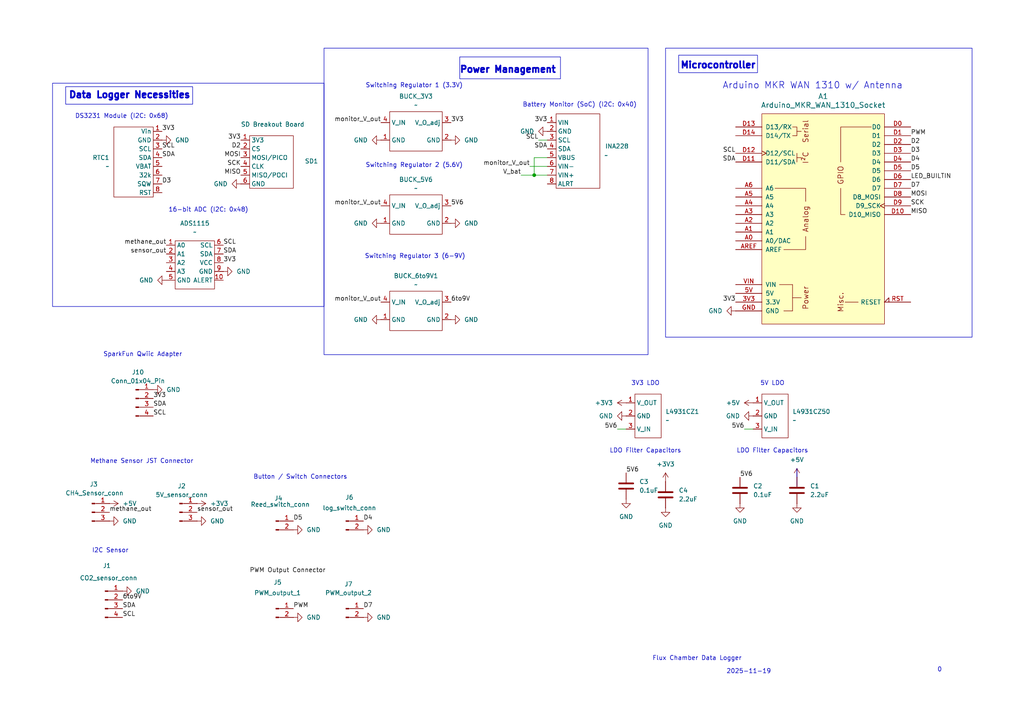
<source format=kicad_sch>
(kicad_sch (version 20250114) (generator "eeschema") (generator_version "9.0")
  (paper "A4")
  (lib_symbols
    (symbol "Connector:Conn_01x02_Pin" (pin_names (offset 1.016) (hide yes))
      (property "Reference" "J" (at 0 2.54 0))
      (property "Value" "Conn_01x02_Pin" (at 0 -5.08 0))
      (symbol "Conn_01x02_Pin_1_1"
        (rectangle (start 0.8636 0.127) (end 0 -0.127) (stroke (width 0.1524)) (fill (type outline)))
        (rectangle (start 0.8636 -2.413) (end 0 -2.667) (stroke (width 0.1524)) (fill (type outline)))
        (polyline (pts (xy 1.27 0) (xy 0.8636 0)) (stroke (width 0.1524)))
        (polyline (pts (xy 1.27 -2.54) (xy 0.8636 -2.54)) (stroke (width 0.1524)))
        (pin passive line (at 5.08 0 180) (length 3.81) (name "Pin_1") (number "1"))
        (pin passive line (at 5.08 -2.54 180) (length 3.81) (name "Pin_2") (number "2"))
      )
    )
    (symbol "Connector:Conn_01x03_Pin" (pin_names (offset 1.016) (hide yes))
      (property "Reference" "J" (at 0 5.08 0))
      (property "Value" "Conn_01x03_Pin" (at 0 -5.08 0))
      (symbol "Conn_01x03_Pin_1_1"
        (rectangle (start 0.8636 2.667) (end 0 2.413) (stroke (width 0.1524)) (fill (type outline)))
        (rectangle (start 0.8636 0.127) (end 0 -0.127) (stroke (width 0.1524)) (fill (type outline)))
        (rectangle (start 0.8636 -2.413) (end 0 -2.667) (stroke (width 0.1524)) (fill (type outline)))
        (polyline (pts (xy 1.27 2.54) (xy 0.8636 2.54)) (stroke (width 0.1524)))
        (polyline (pts (xy 1.27 0) (xy 0.8636 0)) (stroke (width 0.1524)))
        (polyline (pts (xy 1.27 -2.54) (xy 0.8636 -2.54)) (stroke (width 0.1524)))
        (pin passive line (at 5.08 2.54 180) (length 3.81) (name "Pin_1") (number "1"))
        (pin passive line (at 5.08 0 180) (length 3.81) (name "Pin_2") (number "2"))
        (pin passive line (at 5.08 -2.54 180) (length 3.81) (name "Pin_3") (number "3"))
      )
    )
    (symbol "Connector:Conn_01x04_Pin" (pin_names (offset 1.016) (hide yes))
      (property "Reference" "J" (at 0 5.08 0))
      (property "Value" "Conn_01x04_Pin" (at 0 -7.62 0))
      (symbol "Conn_01x04_Pin_1_1"
        (rectangle (start 0.8636 2.667) (end 0 2.413) (stroke (width 0.1524)) (fill (type outline)))
        (rectangle (start 0.8636 0.127) (end 0 -0.127) (stroke (width 0.1524)) (fill (type outline)))
        (rectangle (start 0.8636 -2.413) (end 0 -2.667) (stroke (width 0.1524)) (fill (type outline)))
        (rectangle (start 0.8636 -4.953) (end 0 -5.207) (stroke (width 0.1524)) (fill (type outline)))
        (polyline (pts (xy 1.27 2.54) (xy 0.8636 2.54)) (stroke (width 0.1524)))
        (polyline (pts (xy 1.27 0) (xy 0.8636 0)) (stroke (width 0.1524)))
        (polyline (pts (xy 1.27 -2.54) (xy 0.8636 -2.54)) (stroke (width 0.1524)))
        (polyline (pts (xy 1.27 -5.08) (xy 0.8636 -5.08)) (stroke (width 0.1524)))
        (pin passive line (at 5.08 2.54 180) (length 3.81) (name "Pin_1") (number "1"))
        (pin passive line (at 5.08 0 180) (length 3.81) (name "Pin_2") (number "2"))
        (pin passive line (at 5.08 -2.54 180) (length 3.81) (name "Pin_3") (number "3"))
        (pin passive line (at 5.08 -5.08 180) (length 3.81) (name "Pin_4") (number "4"))
      )
    )
    (symbol "Device:C" (pin_numbers (hide yes)) (pin_names (offset 0.254))
      (property "Reference" "C" (at 0.635 2.54 0))
      (property "Value" "C" (at 0.635 -2.54 0))
      (symbol "C_0_1"
        (polyline (pts (xy -2.032 0.762) (xy 2.032 0.762)) (stroke (width 0.508)))
        (polyline (pts (xy -2.032 -0.762) (xy 2.032 -0.762)) (stroke (width 0.508)))
      )
      (symbol "C_1_1"
        (pin passive line (at 0 3.81 270) (length 2.794) (name "~") (number "1"))
        (pin passive line (at 0 -3.81 90) (length 2.794) (name "~") (number "2"))
      )
    )
    (symbol "PCM_arduino-library:Arduino_MKR_WAN_1310_Socket" (pin_names (offset 1.016))
      (property "Reference" "A" (at 0 36.83 0))
      (property "Value" "Arduino_MKR_WAN_1310_Socket" (at 0 33.02 0))
      (symbol "Arduino_MKR_WAN_1310_Socket_0_0"
        (rectangle (start -17.78 30.48) (end 17.78 -30.48) (fill (type background)))
        (rectangle (start -12.7 -19.05) (end -8.89 -19.05))
        (rectangle (start -11.43 -26.67) (end -8.89 -26.67))
        (polyline (pts (xy -8.89 26.67) (xy -7.62 26.67) (xy -7.62 24.13) (xy -8.89 24.13)))
        (polyline (pts (xy -8.89 -19.05) (xy -8.89 -26.67)))
        (rectangle (start -8.89 -22.86) (end -6.35 -22.86))
        (polyline (pts (xy -7.62 25.4) (xy -6.35 25.4)))
        (polyline (pts (xy -5.08 5.08) (xy -5.08 8.89) (xy -13.97 8.89)))
        (polyline (pts (xy -5.08 -5.08) (xy -5.08 -8.89) (xy -11.43 -8.89)))
        (polyline (pts (xy 5.08 16.51) (xy 5.08 26.67) (xy 13.97 26.67)))
        (polyline (pts (xy 5.08 8.89) (xy 5.08 1.27) (xy 6.35 1.27)))
        (rectangle (start 6.35 -24.13) (end 10.16 -24.13))
        (text "Serial" (at -5.08 25.4 900) (effects (font (size 1.524 1.524))))
        (text "I²C" (at -5.08 17.78 900) (effects (font (size 1.524 1.524))))
        (text "Analog" (at -5.08 0 900) (effects (font (size 1.524 1.524))))
        (text "Power" (at -5.08 -22.86 900) (effects (font (size 1.524 1.524))))
        (text "Misc." (at 5.08 -24.13 900) (effects (font (size 1.524 1.524))))
      )
      (symbol "Arduino_MKR_WAN_1310_Socket_0_1"
        (polyline (pts (xy -7.62 17.78) (xy -6.35 17.78)))
        (polyline (pts (xy -7.62 16.51) (xy -7.62 19.05)))
      )
      (symbol "Arduino_MKR_WAN_1310_Socket_1_0"
        (text "GPIO" (at 5.08 12.7 900) (effects (font (size 1.524 1.524))))
      )
      (symbol "Arduino_MKR_WAN_1310_Socket_1_1"
        (pin bidirectional line (at -25.4 26.67 0) (length 7.62) (name "D13/RX") (number "D13"))
        (pin bidirectional line (at -25.4 24.13 0) (length 7.62) (name "D14/TX") (number "D14"))
        (pin bidirectional clock (at -25.4 19.05 0) (length 7.62) (name "D12/SCL") (number "D12"))
        (pin bidirectional line (at -25.4 16.51 0) (length 7.62) (name "D11/SDA") (number "D11"))
        (pin bidirectional line (at -25.4 8.89 0) (length 7.62) (name "A6") (number "A6"))
        (pin bidirectional line (at -25.4 6.35 0) (length 7.62) (name "A5") (number "A5"))
        (pin bidirectional line (at -25.4 3.81 0) (length 7.62) (name "A4") (number "A4"))
        (pin bidirectional line (at -25.4 1.27 0) (length 7.62) (name "A3") (number "A3"))
        (pin bidirectional line (at -25.4 -1.27 0) (length 7.62) (name "A2") (number "A2"))
        (pin bidirectional line (at -25.4 -3.81 0) (length 7.62) (name "A1") (number "A1"))
        (pin bidirectional line (at -25.4 -6.35 0) (length 7.62) (name "A0/DAC") (number "A0"))
        (pin input line (at -25.4 -8.89 0) (length 7.62) (name "AREF") (number "AREF"))
        (pin power_in line (at -25.4 -19.05 0) (length 7.62) (name "VIN") (number "VIN"))
        (pin power_in line (at -25.4 -21.59 0) (length 7.62) (name "5V") (number "5V"))
        (pin power_out line (at -25.4 -24.13 0) (length 7.62) (name "3.3V") (number "3V3"))
        (pin power_in line (at -25.4 -26.67 0) (length 7.62) (name "GND") (number "GND"))
        (pin bidirectional line (at 25.4 26.67 180) (length 7.62) (name "D0") (number "D0"))
        (pin bidirectional line (at 25.4 24.13 180) (length 7.62) (name "D1") (number "D1"))
        (pin bidirectional line (at 25.4 21.59 180) (length 7.62) (name "D2") (number "D2"))
        (pin bidirectional line (at 25.4 19.05 180) (length 7.62) (name "D3") (number "D3"))
        (pin bidirectional line (at 25.4 16.51 180) (length 7.62) (name "D4") (number "D4"))
        (pin bidirectional line (at 25.4 13.97 180) (length 7.62) (name "D5") (number "D5"))
        (pin bidirectional line (at 25.4 11.43 180) (length 7.62) (name "D6") (number "D6"))
        (pin bidirectional line (at 25.4 8.89 180) (length 7.62) (name "D7") (number "D7"))
        (pin bidirectional line (at 25.4 6.35 180) (length 7.62) (name "D8_MOSI") (number "D8"))
        (pin bidirectional clock (at 25.4 3.81 180) (length 7.62) (name "D9_SCK") (number "D9"))
        (pin bidirectional line (at 25.4 1.27 180) (length 7.62) (name "D10_MISO") (number "D10"))
        (pin open_collector input_low (at 25.4 -24.13 180) (length 7.62) (name "RESET") (number "RST"))
      )
    )
    (symbol "new_library:16-bit_ADC_Soldered"
      (property "Reference" "ADS1115" (at 3.175 3.81 0))
      (property "Value" "~" (at 3.175 1.27 0))
      (symbol "16-bit_ADC_Soldered_0_1"
        (rectangle (start -2.54 -1.27) (end 8.89 -15.24))
        (rectangle (start 0 -7.62) (end 0 -7.62))
        (rectangle (start 6.35 -7.62) (end 6.35 -7.62))
      )
      (symbol "16-bit_ADC_Soldered_1_1"
        (pin input line (at -5.08 -2.54 0) (length 2.54) (name "A0") (number "1"))
        (pin input line (at -5.08 -5.08 0) (length 2.54) (name "A1") (number "2"))
        (pin input line (at -5.08 -7.62 0) (length 2.54) (name "A2") (number "3"))
        (pin input line (at -5.08 -10.16 0) (length 2.54) (name "A3") (number "4"))
        (pin power_in line (at -5.08 -12.7 0) (length 2.54) (name "GND") (number "5"))
        (pin input line (at 11.43 -2.54 180) (length 2.54) (name "SCL") (number "6"))
        (pin bidirectional line (at 11.43 -5.08 180) (length 2.54) (name "SDA") (number "7"))
        (pin power_in line (at 11.43 -7.62 180) (length 2.54) (name "VCC") (number "8"))
        (pin input line (at 11.43 -10.16 180) (length 2.54) (name "GND") (number "9"))
        (pin output line (at 11.43 -12.7 180) (length 2.54) (name "ALERT") (number "10"))
      )
    )
    (symbol "new_library:5V_LDO_L4931CZ50"
      (property "Reference" "L4931CZ50" (at 5.08 -7.6199 0))
      (property "Value" "~" (at 5.08 -10.1599 0))
      (symbol "5V_LDO_L4931CZ50_0_1"
        (rectangle (start -3.81 -2.54) (end 3.81 -15.24))
      )
      (symbol "5V_LDO_L4931CZ50_1_1"
        (pin power_out line (at -6.35 -5.08 0) (length 2.54) (name "V_OUT") (number "1"))
        (pin power_in line (at -6.35 -8.89 0) (length 2.54) (name "GND") (number "2"))
        (pin power_in line (at -6.35 -12.7 0) (length 2.54) (name "V_IN") (number "3"))
      )
    )
    (symbol "new_library:DCDC_adjustable_module"
      (property "Reference" "D" (at 0 0 0))
      (symbol "DCDC_adjustable_module_0_1"
        (rectangle (start -7.62 -1.905) (end 7.62 -13.335))
      )
      (symbol "DCDC_adjustable_module_1_1"
        (pin power_in line (at -10.16 -5.08 0) (length 2.54) (name "V_IN") (number "4"))
        (pin power_in line (at -10.16 -10.16 0) (length 2.54) (name "GND") (number "1"))
        (pin power_out line (at 10.16 -5.08 180) (length 2.54) (name "V_O_adj") (number "3"))
        (pin power_out line (at 10.16 -10.16 180) (length 2.54) (name "GND") (number "2"))
      )
    )
    (symbol "new_library:DS3231_adafruit_breakout"
      (property "Reference" "RTC" (at 0 6.096 0))
      (symbol "DS3231_adafruit_breakout_0_1"
        (rectangle (start -6.35 3.81) (end 5.08 -16.51))
      )
      (symbol "DS3231_adafruit_breakout_1_1"
        (pin power_in line (at -8.89 2.54 0) (length 2.54) (name "Vin") (number "1"))
        (pin power_in line (at -8.89 0 0) (length 2.54) (name "GND") (number "2"))
        (pin input line (at -8.89 -2.54 0) (length 2.54) (name "SCL") (number "3"))
        (pin bidirectional line (at -8.89 -5.08 0) (length 2.54) (name "SDA") (number "4"))
        (pin power_out line (at -8.89 -7.62 0) (length 2.54) (name "VBAT") (number "5"))
        (pin output line (at -8.89 -10.16 0) (length 2.54) (name "32k") (number "6"))
        (pin output line (at -8.89 -12.7 0) (length 2.54) (name "SQW") (number "7"))
        (pin output line (at -8.89 -15.24 0) (length 2.54) (name "RST") (number "8"))
      )
    )
    (symbol "new_library:SD_breakout"
      (property "Reference" "SD" (at 2.794 1.27 0))
      (symbol "SD_breakout_0_1"
        (rectangle (start -3.81 -1.27) (end 8.89 -16.51))
      )
      (symbol "SD_breakout_1_1"
        (pin power_in line (at -6.35 -2.54 0) (length 2.54) (name "3V3") (number "1"))
        (pin input line (at -6.35 -5.08 0) (length 2.54) (name "CS") (number "2"))
        (pin input line (at -6.35 -7.62 0) (length 2.54) (name "MOSI/PICO") (number "3"))
        (pin input line (at -6.35 -10.16 0) (length 2.54) (name "CLK") (number "4"))
        (pin input line (at -6.35 -12.7 0) (length 2.54) (name "MISO/POCI") (number "5"))
        (pin power_in line (at -6.35 -15.24 0) (length 2.54) (name "GND") (number "6"))
      )
    )
    (symbol "new_library:adafruit_ina228"
      (property "Reference" "INA228" (at 7.874 -10.668 0))
      (property "Value" "~" (at 7.62 -13.3349 0))
      (symbol "adafruit_ina228_0_1"
        (rectangle (start -6.35 -1.27) (end 6.35 -22.86))
      )
      (symbol "adafruit_ina228_1_1"
        (pin power_in line (at -8.89 -3.81 0) (length 2.54) (name "VIN") (number "1"))
        (pin power_in line (at -8.89 -6.35 0) (length 2.54) (name "GND") (number "2"))
        (pin bidirectional line (at -8.89 -8.89 0) (length 2.54) (name "SCL") (number "3"))
        (pin bidirectional line (at -8.89 -11.43 0) (length 2.54) (name "SDA") (number "4"))
        (pin power_in line (at -8.89 -13.97 0) (length 2.54) (name "VBUS") (number "5"))
        (pin power_out line (at -8.89 -16.51 0) (length 2.54) (name "VIN-") (number "6"))
        (pin power_in line (at -8.89 -19.05 0) (length 2.54) (name "VIN+") (number "7"))
        (pin output line (at -8.89 -21.59 0) (length 2.54) (name "ALRT") (number "8"))
      )
    )
    (symbol "power:+3V3" (power) (pin_numbers (hide yes)) (pin_names (offset 0) (hide yes))
      (property "Value" "+3V3" (at 0 3.556 0))
      (symbol "+3V3_0_1"
        (polyline (pts (xy -0.762 1.27) (xy 0 2.54)))
        (polyline (pts (xy 0 2.54) (xy 0.762 1.27)))
        (polyline (pts (xy 0 0) (xy 0 2.54)))
      )
      (symbol "+3V3_1_1"
        (pin power_in line (at 0 0 90) (length 0) (name "~") (number "1"))
      )
    )
    (symbol "power:+5V" (power) (pin_numbers (hide yes)) (pin_names (offset 0) (hide yes))
      (property "Value" "+5V" (at 0 3.556 0))
      (symbol "+5V_0_1"
        (polyline (pts (xy -0.762 1.27) (xy 0 2.54)))
        (polyline (pts (xy 0 2.54) (xy 0.762 1.27)))
        (polyline (pts (xy 0 0) (xy 0 2.54)))
      )
      (symbol "+5V_1_1"
        (pin power_in line (at 0 0 90) (length 0) (name "~") (number "1"))
      )
    )
    (symbol "power:GND" (power) (pin_numbers (hide yes)) (pin_names (offset 0) (hide yes))
      (property "Value" "GND" (at 0 -3.81 0))
      (symbol "GND_0_1"
        (polyline (pts (xy 0 0) (xy 0 -1.27) (xy 1.27 -1.27) (xy 0 -2.54) (xy -1.27 -1.27) (xy 0 -1.27)))
      )
      (symbol "GND_1_1"
        (pin power_in line (at 0 0 270) (length 0) (name "~") (number "1"))
      )
    )
  )
  (rectangle (start 196.85 16.002) (end 219.71 21.082))
  (rectangle (start 93.98 13.97) (end 187.96 102.87))
  (rectangle (start 193.04 13.97) (end 281.94 97.79))
  (rectangle (start 15.24 24.13) (end 93.98 88.9))
  (rectangle (start 231.1146 135.89) (end 231.14 140.97))
  (rectangle (start 19.05 25.146) (end 55.88 30.226))
  (rectangle (start 133.35 16.51) (end 162.56 22.86))
  (text "Switching Regulator 1 (3.3V)\n\n" (at 120.142 25.908 0) (effects (font (size 1.27 1.27) (thickness 0.1588))))
  (text "DS3231 Module (I2C: 0x68)\n" (at 35.306 33.782 0) (effects (font (size 1.27 1.27))))
  (text "LDO Filter Capacitors" (at 224.028 130.81 0) (effects (font (size 1.27 1.27))))
  (text "Data Logger Necessities\n" (at 37.592 27.686 0) (effects (font (size 1.905 1.905) (thickness 0.635) (bold yes))))
  (text "16-bit ADC (I2C: 0x48)" (at 60.452 60.96 0) (effects (font (size 1.27 1.27))))
  (text "Button / Switch Connectors" (at 87.122 138.43 0) (effects (font (size 1.27 1.27))))
  (text "Switching Regulator 3 (6-9V)\n\n" (at 120.396 75.438 0) (effects (font (size 1.27 1.27) (thickness 0.1588))))
  (text "0" (at 272.542 194.31 0) (effects (font (size 1.27 1.27))))
  (text "SparkFun Qwiic Adapter\n" (at 41.402 102.87 0) (effects (font (size 1.27 1.27))))
  (text "3V3 LDO\n" (at 187.198 111.252 0) (effects (font (size 1.27 1.27))))
  (text "Switching Regulator 2 (5.6V)\n" (at 120.142 48.006 0) (effects (font (size 1.27 1.27) (thickness 0.1588))))
  (text "Methane Sensor JST Connector" (at 41.148 133.858 0) (effects (font (size 1.27 1.27))))
  (text "I2C Sensor" (at 32.004 159.766 0) (effects (font (size 1.27 1.27))))
  (text "5V LDO\n" (at 224.028 111.252 0) (effects (font (size 1.27 1.27))))
  (text "Microcontroller" (at 208.28 19.05 0) (effects (font (size 1.905 1.905) (thickness 0.635) (bold yes))))
  (text "2025-11-19" (at 217.17 194.818 0) (effects (font (size 1.27 1.27))))
  (text "Arduino MKR WAN 1310 w/ Antenna" (at 235.712 24.892 0) (effects (font (size 1.905 1.905))))
  (text "Flux Chamber Data Logger" (at 202.184 191.008 0) (effects (font (size 1.27 1.27))))
  (text "LDO Filter Capacitors" (at 187.198 130.81 0) (effects (font (size 1.27 1.27))))
  (text "Battery Monitor (SoC) (I2C: 0x40)\n" (at 168.148 30.48 0) (effects (font (size 1.27 1.27))))
  (text "Power Management" (at 147.32 20.32 0) (effects (font (size 1.905 1.905) (thickness 0.635) (bold yes))))
  (junction (at 154.94 50.8))
  (wire (pts (xy 153.67 48.26) (xy 158.75 48.26)))
  (wire (pts (xy 154.94 50.8) (xy 158.75 50.8)))
  (wire (pts (xy 154.94 45.72) (xy 154.94 50.8)))
  (wire (pts (xy 158.75 45.72) (xy 154.94 45.72)))
  (wire (pts (xy 151.13 50.8) (xy 154.94 50.8)))
  (wire (pts (xy 179.07 124.46) (xy 181.61 124.46)))
  (wire (pts (xy 156.21 40.64) (xy 158.75 40.64)))
  (wire (pts (xy 215.9 124.46) (xy 218.44 124.46)))
  (label "3V3" (at 130.81 35.56 0))
  (label "SDA" (at 44.45 118.11 0))
  (label "SDA" (at 213.36 46.99 180))
  (label "5V6" (at 181.61 137.16 0))
  (label "D4" (at 105.41 151.13 0))
  (label "D3" (at 264.16 44.45 0))
  (label "5V6" (at 214.63 138.43 0))
  (label "6to9V" (at 130.81 87.63 0))
  (label "MOSI" (at 264.16 57.15 0))
  (label "PWM" (at 85.09 176.53 0))
  (label "SCK" (at 264.16 59.69 0))
  (label "LED_BUILTIN" (at 264.16 52.07 0))
  (label "SCL" (at 64.77 71.12 0))
  (label "methane_out" (at 31.75 148.59 0))
  (label "MISO" (at 264.16 62.23 0))
  (label "3V3" (at 64.77 76.2 0))
  (label "MOSI" (at 69.85 45.72 180))
  (label "sensor_out" (at 57.15 148.59 0))
  (label "SCL" (at 213.36 44.45 180))
  (label "D2" (at 264.16 41.91 0))
  (label "5V6" (at 179.07 124.46 180))
  (label "monitor_V_out" (at 110.49 35.56 180))
  (label "D4" (at 264.16 46.99 0))
  (label "5V6" (at 130.81 59.69 0))
  (label "MISO" (at 69.85 50.8 180))
  (label "D7" (at 264.16 54.61 0))
  (label "methane_out" (at 48.26 71.12 180))
  (label "D5" (at 85.09 151.13 0))
  (label "PWM Output Connector" (at 72.39 166.37 0))
  (label "3V3" (at 46.99 38.1 0))
  (label "3V3" (at 69.85 40.64 180))
  (label "SCK" (at 69.85 48.26 180))
  (label "SCL" (at 44.45 120.65 0))
  (label "SDA" (at 35.56 176.53 0))
  (label "3V3" (at 158.75 35.56 180))
  (label "3V3" (at 213.36 87.63 180))
  (label "SCL" (at 35.56 179.07 0))
  (label "SDA" (at 46.99 45.72 0))
  (label "D5" (at 264.16 49.53 0))
  (label "5V6" (at 215.9 124.46 180))
  (label "D3" (at 46.99 53.34 0))
  (label "monitor_V_out" (at 110.49 59.69 180))
  (label "SDA" (at 158.75 43.18 180))
  (label "6to9V" (at 35.56 173.99 0))
  (label "D2" (at 69.85 43.18 180))
  (label "SCL" (at 46.99 43.18 0))
  (label "PWM" (at 264.16 39.37 0))
  (label "monitor_V_out" (at 153.67 48.26 180))
  (label "sensor_out" (at 48.26 73.66 180))
  (label "SDA" (at 64.77 73.66 0))
  (label "3V3" (at 44.45 115.57 0))
  (label "SCL" (at 156.21 40.64 180))
  (label "V_bat" (at 151.13 50.8 180))
  (label "D7" (at 105.41 176.53 0))
  (label "monitor_V_out" (at 110.49 87.63 180))
  (symbol (lib_id "power:+5V") (at 31.75 146.05 270) (unit 1)
    (property "Reference" "#PWR03" (effects (hide yes)))
    (property "Value" "+5V" (at 35.56 146.0499 90) (effects (justify left)))
    (property "Description" "Power symbol creates a global label with name \"+5V\"" (effects (hide yes)))
  )
  (symbol (lib_id "power:GND") (at 158.75 38.1 270) (unit 1)
    (property "Reference" "#PWR020" (effects (hide yes)))
    (property "Value" "GND" (at 154.94 38.0999 90) (effects (justify right)))
    (property "Description" "Power symbol creates a global label with name \"GND\" , ground" (effects (hide yes)))
  )
  (symbol (lib_id "new_library:SD_breakout") (at 76.2 38.1 0) (unit 1)
    (property "Reference" "SD1" (at 88.392 46.736 0) (effects (justify left)))
    (property "Value" "SD Breakout Board" (at 69.85 36.068 0) (effects (justify left)))
    (property "Footprint" "new_library:SD_Breakout_offbrand" (effects (hide yes)))
  )
  (symbol (lib_id "power:GND") (at 48.26 81.28 270) (unit 1)
    (property "Reference" "#PWR09" (effects (hide yes)))
    (property "Value" "GND" (at 44.45 81.2799 90) (effects (justify right)))
    (property "Description" "Power symbol creates a global label with name \"GND\" , ground" (effects (hide yes)))
  )
  (symbol (lib_id "power:GND") (at 31.75 151.13 90) (unit 1)
    (property "Reference" "#PWR04" (effects (hide yes)))
    (property "Value" "GND" (at 35.56 151.1299 90) (effects (justify right)))
    (property "Description" "Power symbol creates a global label with name \"GND\" , ground" (effects (hide yes)))
  )
  (symbol (lib_id "power:+3V3") (at 181.61 116.84 90) (unit 1)
    (property "Reference" "#PWR024" (effects (hide yes)))
    (property "Value" "+3V3" (at 177.8 116.8399 90) (effects (justify left)))
    (property "Description" "Power symbol creates a global label with name \"+3V3\"" (effects (hide yes)))
  )
  (symbol (lib_id "power:GND") (at 130.81 40.64 90) (unit 1)
    (property "Reference" "#PWR029" (effects (hide yes)))
    (property "Value" "GND" (at 134.62 40.6399 90) (effects (justify right)))
    (property "Description" "Power symbol creates a global label with name \"GND\" , ground" (effects (hide yes)))
  )
  (symbol (lib_id "power:GND") (at 57.15 151.13 90) (unit 1)
    (property "Reference" "#PWR05" (effects (hide yes)))
    (property "Value" "GND" (at 60.96 151.1299 90) (effects (justify right)))
    (property "Description" "Power symbol creates a global label with name \"GND\" , ground" (effects (hide yes)))
  )
  (symbol (lib_id "Connector:Conn_01x03_Pin") (at 26.67 148.59 0) (unit 1)
    (property "Reference" "J3" (at 27.178 140.462 0))
    (property "Value" "CH4_Sensor_conn" (at 27.432 143.002 0))
    (property "Footprint" "Connector_JST:JST_XH_S3B-XH-A_1x03_P2.50mm_Horizontal" (effects (hide yes)))
    (property "Description" "Generic connector, single row, 01x03, script generated" (effects (hide yes)))
  )
  (symbol (lib_id "power:GND") (at 64.77 78.74 90) (unit 1)
    (property "Reference" "#PWR017" (effects (hide yes)))
    (property "Value" "GND" (at 68.58 78.7399 90) (effects (justify right)))
    (property "Description" "Power symbol creates a global label with name \"GND\" , ground" (effects (hide yes)))
  )
  (symbol (lib_id "new_library:DS3231_adafruit_breakout") (at 38.1 40.64 0) (mirror y) (unit 1)
    (property "Reference" "RTC1" (at 31.75 45.7199 0) (effects (justify left)))
    (property "Value" "~" (at 31.75 48.2599 0) (effects (justify left)))
    (property "Footprint" "new_library:RTC_DS3231_breakout" (effects (hide yes)))
    (property "Datasheet" "https://cdn-learn.adafruit.com/downloads/pdf/adafruit-ds3231-precision-rtc-breakout.pdf" (effects (hide yes)))
  )
  (symbol (lib_id "new_library:DCDC_adjustable_module") (at 120.65 54.61 0) (unit 1)
    (property "Reference" "BUCK_5V6" (at 120.65 52.07 0))
    (property "Value" "~" (at 120.65 54.61 0))
    (property "Footprint" "new_library:LM2596_module_amazon" (effects (hide yes)))
  )
  (symbol (lib_id "power:GND") (at 110.49 92.71 270) (unit 1)
    (property "Reference" "#PWR032" (effects (hide yes)))
    (property "Value" "GND" (at 106.68 92.7099 90) (effects (justify right)))
    (property "Description" "Power symbol creates a global label with name \"GND\" , ground" (effects (hide yes)))
  )
  (symbol (lib_id "power:GND") (at 213.36 90.17 270) (unit 1)
    (property "Reference" "#PWR01" (effects (hide yes)))
    (property "Value" "GND" (at 209.55 90.1699 90) (effects (justify right)))
    (property "Description" "Power symbol creates a global label with name \"GND\" , ground" (effects (hide yes)))
  )
  (symbol (lib_id "Device:C") (at 181.61 140.97 0) (unit 1)
    (property "Reference" "C3" (at 185.42 139.6999 0) (effects (justify left)))
    (property "Value" "0.1uF" (at 185.42 142.2399 0) (effects (justify left)))
    (property "Footprint" "Capacitor_THT:C_Disc_D5.0mm_W2.5mm_P5.00mm" (effects (hide yes)))
    (property "Description" "Unpolarized capacitor" (effects (hide yes)))
  )
  (symbol (lib_id "power:GND") (at 105.41 153.67 90) (unit 1)
    (property "Reference" "#PWR07" (effects (hide yes)))
    (property "Value" "GND" (at 109.22 153.6699 90) (effects (justify right)))
    (property "Description" "Power symbol creates a global label with name \"GND\" , ground" (effects (hide yes)))
  )
  (symbol (lib_id "Device:C") (at 214.63 142.24 0) (unit 1)
    (property "Reference" "C2" (at 218.44 140.9699 0) (effects (justify left)))
    (property "Value" "0.1uF" (at 218.44 143.5099 0) (effects (justify left)))
    (property "Footprint" "Capacitor_THT:C_Disc_D5.0mm_W2.5mm_P5.00mm" (effects (hide yes)))
    (property "Description" "Unpolarized capacitor" (effects (hide yes)))
  )
  (symbol (lib_id "power:GND") (at 110.49 40.64 270) (unit 1)
    (property "Reference" "#PWR025" (effects (hide yes)))
    (property "Value" "GND" (at 106.68 40.6399 90) (effects (justify right)))
    (property "Description" "Power symbol creates a global label with name \"GND\" , ground" (effects (hide yes)))
  )
  (symbol (lib_id "Connector:Conn_01x02_Pin") (at 80.01 176.53 0) (unit 1)
    (property "Reference" "J5" (at 80.518 168.91 0))
    (property "Value" "PWM_output_1" (at 80.518 171.958 0))
    (property "Footprint" "Connector_JST:JST_XH_S2B-XH-A_1x02_P2.50mm_Horizontal" (effects (hide yes)))
    (property "Description" "Generic connector, single row, 01x02, script generated" (effects (hide yes)))
  )
  (symbol (lib_id "new_library:adafruit_ina228") (at 167.64 31.75 0) (unit 1)
    (property "Reference" "INA228" (at 175.514 42.418 0) (effects (justify left)))
    (property "Value" "~" (at 175.26 45.0849 0) (effects (justify left)))
    (property "Footprint" "new_library:INA228_adafruit_module" (effects (hide yes)))
  )
  (symbol (lib_id "power:GND") (at 46.99 40.64 90) (unit 1)
    (property "Reference" "#PWR019" (effects (hide yes)))
    (property "Value" "GND" (at 50.8 40.6399 90) (effects (justify right)))
    (property "Description" "Power symbol creates a global label with name \"GND\" , ground" (effects (hide yes)))
  )
  (symbol (lib_id "power:GND") (at 85.09 179.07 90) (unit 1)
    (property "Reference" "#PWR016" (effects (hide yes)))
    (property "Value" "GND" (at 88.9 179.0699 90) (effects (justify right)))
    (property "Description" "Power symbol creates a global label with name \"GND\" , ground" (effects (hide yes)))
  )
  (symbol (lib_id "power:GND") (at 69.85 53.34 270) (unit 1)
    (property "Reference" "#PWR06" (effects (hide yes)))
    (property "Value" "GND" (at 66.04 53.3399 90) (effects (justify right)))
    (property "Description" "Power symbol creates a global label with name \"GND\" , ground" (effects (hide yes)))
  )
  (symbol (lib_id "power:GND") (at 181.61 120.65 270) (unit 1)
    (property "Reference" "#PWR021" (effects (hide yes)))
    (property "Value" "GND" (at 177.8 120.6499 90) (effects (justify right)))
    (property "Description" "Power symbol creates a global label with name \"GND\" , ground" (effects (hide yes)))
  )
  (symbol (lib_id "power:GND") (at 130.81 92.71 90) (unit 1)
    (property "Reference" "#PWR031" (effects (hide yes)))
    (property "Value" "GND" (at 134.62 92.7099 90) (effects (justify right)))
    (property "Description" "Power symbol creates a global label with name \"GND\" , ground" (effects (hide yes)))
  )
  (symbol (lib_id "power:GND") (at 218.44 120.65 270) (unit 1)
    (property "Reference" "#PWR011" (effects (hide yes)))
    (property "Value" "GND" (at 214.63 120.6499 90) (effects (justify right)))
    (property "Description" "Power symbol creates a global label with name \"GND\" , ground" (effects (hide yes)))
  )
  (symbol (lib_id "power:GND") (at 105.41 179.07 90) (unit 1)
    (property "Reference" "#PWR010" (effects (hide yes)))
    (property "Value" "GND" (at 109.22 179.0699 90) (effects (justify right)))
    (property "Description" "Power symbol creates a global label with name \"GND\" , ground" (effects (hide yes)))
  )
  (symbol (lib_id "Device:C") (at 193.04 143.51 0) (unit 1)
    (property "Reference" "C4" (at 196.85 142.2399 0) (effects (justify left)))
    (property "Value" "2.2uF" (at 196.85 144.7799 0) (effects (justify left)))
    (property "Footprint" "Capacitor_THT:C_Disc_D5.0mm_W2.5mm_P5.00mm" (effects (hide yes)))
    (property "Description" "Unpolarized capacitor" (effects (hide yes)))
  )
  (symbol (lib_id "power:+5V") (at 218.44 116.84 90) (unit 1)
    (property "Reference" "#PWR012" (effects (hide yes)))
    (property "Value" "+5V" (at 214.63 116.8399 90) (effects (justify left)))
    (property "Description" "Power symbol creates a global label with name \"+5V\"" (effects (hide yes)))
  )
  (symbol (lib_id "power:GND") (at 110.49 64.77 270) (unit 1)
    (property "Reference" "#PWR027" (effects (hide yes)))
    (property "Value" "GND" (at 106.68 64.7699 90) (effects (justify right)))
    (property "Description" "Power symbol creates a global label with name \"GND\" , ground" (effects (hide yes)))
  )
  (symbol (lib_id "new_library:DCDC_adjustable_module") (at 120.65 30.48 0) (unit 1)
    (property "Reference" "BUCK_3V3" (at 120.65 27.94 0))
    (property "Value" "~" (at 120.65 30.48 0))
    (property "Footprint" "new_library:LM2596_module_amazon" (effects (hide yes)))
  )
  (symbol (lib_id "new_library:5V_LDO_L4931CZ50") (at 187.96 111.76 0) (unit 1)
    (property "Reference" "L4931CZ1" (at 193.04 119.3799 0) (effects (justify left)))
    (property "Value" "~" (at 193.04 121.9199 0) (effects (justify left)))
    (property "Footprint" "Package_TO_SOT_THT:TO-92_Inline" (effects (hide yes)))
  )
  (symbol (lib_id "power:+3V3") (at 193.04 139.7 0) (unit 1)
    (property "Reference" "#PWR026" (effects (hide yes)))
    (property "Value" "+3V3" (at 193.04 134.62 0))
    (property "Description" "Power symbol creates a global label with name \"+3V3\"" (effects (hide yes)))
  )
  (symbol (lib_id "new_library:5V_LDO_L4931CZ50") (at 224.79 111.76 0) (unit 1)
    (property "Reference" "L4931CZ50" (at 229.87 119.3799 0) (effects (justify left)))
    (property "Value" "~" (at 229.87 121.9199 0) (effects (justify left)))
    (property "Footprint" "Package_TO_SOT_THT:TO-92_Inline" (effects (hide yes)))
  )
  (symbol (lib_id "power:+3V3") (at 57.15 146.05 270) (unit 1)
    (property "Reference" "#PWR02" (effects (hide yes)))
    (property "Value" "+3V3" (at 60.96 146.0499 90) (effects (justify left)))
    (property "Description" "Power symbol creates a global label with name \"+3V3\"" (effects (hide yes)))
  )
  (symbol (lib_id "power:GND") (at 85.09 153.67 90) (unit 1)
    (property "Reference" "#PWR08" (effects (hide yes)))
    (property "Value" "GND" (at 88.9 153.6699 90) (effects (justify right)))
    (property "Description" "Power symbol creates a global label with name \"GND\" , ground" (effects (hide yes)))
  )
  (symbol (lib_id "new_library:DCDC_adjustable_module") (at 120.65 82.55 0) (unit 1)
    (property "Reference" "BUCK_6to9V1" (at 120.65 80.01 0))
    (property "Value" "~" (at 120.65 82.55 0))
    (property "Footprint" "new_library:LM2596_module_amazon" (effects (hide yes)))
  )
  (symbol (lib_id "power:GND") (at 130.81 64.77 90) (unit 1)
    (property "Reference" "#PWR030" (effects (hide yes)))
    (property "Value" "GND" (at 134.62 64.7699 90) (effects (justify right)))
    (property "Description" "Power symbol creates a global label with name \"GND\" , ground" (effects (hide yes)))
  )
  (symbol (lib_id "power:GND") (at 231.14 146.05 0) (unit 1)
    (property "Reference" "#PWR023" (effects (hide yes)))
    (property "Value" "GND" (at 231.14 151.13 0))
    (property "Description" "Power symbol creates a global label with name \"GND\" , ground" (effects (hide yes)))
  )
  (symbol (lib_id "power:+5V") (at 231.14 138.43 0) (unit 1)
    (property "Reference" "#PWR013" (effects (hide yes)))
    (property "Value" "+5V" (at 231.14 133.35 0))
    (property "Description" "Power symbol creates a global label with name \"+5V\"" (effects (hide yes)))
  )
  (symbol (lib_id "Connector:Conn_01x02_Pin") (at 100.33 176.53 0) (unit 1)
    (property "Reference" "J7" (at 101.092 169.418 0))
    (property "Value" "PWM_output_2" (at 101.092 171.958 0))
    (property "Footprint" "Connector_JST:JST_XH_S2B-XH-A_1x02_P2.50mm_Horizontal" (effects (hide yes)))
    (property "Description" "Generic connector, single row, 01x02, script generated" (effects (hide yes)))
  )
  (symbol (lib_id "power:GND") (at 35.56 171.45 90) (unit 1)
    (property "Reference" "#PWR018" (effects (hide yes)))
    (property "Value" "GND" (at 39.37 171.4499 90) (effects (justify right)))
    (property "Description" "Power symbol creates a global label with name \"GND\" , ground" (effects (hide yes)))
  )
  (symbol (lib_id "Device:C") (at 231.14 142.24 0) (unit 1)
    (property "Reference" "C1" (at 234.95 140.9699 0) (effects (justify left)))
    (property "Value" "2.2uF" (at 234.95 143.5099 0) (effects (justify left)))
    (property "Footprint" "Capacitor_THT:C_Disc_D5.0mm_W2.5mm_P5.00mm" (effects (hide yes)))
    (property "Description" "Unpolarized capacitor" (effects (hide yes)))
  )
  (symbol (lib_id "PCM_arduino-library:Arduino_MKR_WAN_1310_Socket") (at 238.76 63.5 0) (unit 1)
    (property "Reference" "A1" (at 238.76 27.94 0) (effects (font (size 1.524 1.524))))
    (property "Value" "Arduino_MKR_WAN_1310_Socket" (at 238.76 30.48 0) (effects (font (size 1.524 1.524))))
    (property "Footprint" "PCM_arduino-library:Arduino_MKR_FOX_1200_Socket" (effects (hide yes)))
    (property "Datasheet" "https://docs.arduino.cc/hardware/mkr-wan-1310" (effects (hide yes)))
    (property "Description" "Socket for Arduino MKR WAN 1310" (effects (hide yes)))
  )
  (symbol (lib_id "power:GND") (at 181.61 144.78 0) (unit 1)
    (property "Reference" "#PWR014" (effects (hide yes)))
    (property "Value" "GND" (at 181.61 149.86 0))
    (property "Description" "Power symbol creates a global label with name \"GND\" , ground" (effects (hide yes)))
  )
  (symbol (lib_id "power:GND") (at 193.04 147.32 0) (unit 1)
    (property "Reference" "#PWR015" (effects (hide yes)))
    (property "Value" "GND" (at 193.04 152.4 0))
    (property "Description" "Power symbol creates a global label with name \"GND\" , ground" (effects (hide yes)))
  )
  (symbol (lib_id "new_library:16-bit_ADC_Soldered") (at 53.34 68.58 0) (unit 1)
    (property "Reference" "ADS1115" (at 56.515 64.77 0))
    (property "Value" "~" (at 56.515 67.31 0))
    (property "Footprint" "new_library:ADC_16-bit_ADS1115_breakout" (effects (hide yes)))
    (property "Datasheet" "http://mm.digikey.com/Volume0/opasdata/d220001/medias/docus/5858/333095%20ADC%2016-bit%20ADS1115%204-channel%20with%20PGA%20breakout%20datasheet.pdf" (effects (hide yes)))
  )
  (symbol (lib_id "Connector:Conn_01x04_Pin") (at 30.48 173.99 0) (unit 1)
    (property "Reference" "J1" (at 30.988 164.084 0))
    (property "Value" "CO2_sensor_conn" (at 31.496 167.64 0))
    (property "Footprint" "Connector_JST:JST_XH_S4B-XH-A_1x04_P2.50mm_Horizontal" (effects (hide yes)))
    (property "Description" "Generic connector, single row, 01x04, script generated" (effects (hide yes)))
  )
  (symbol (lib_id "power:GND") (at 214.63 146.05 0) (unit 1)
    (property "Reference" "#PWR022" (effects (hide yes)))
    (property "Value" "GND" (at 214.63 151.13 0))
    (property "Description" "Power symbol creates a global label with name \"GND\" , ground" (effects (hide yes)))
  )
  (symbol (lib_id "Connector:Conn_01x03_Pin") (at 52.07 148.59 0) (unit 1)
    (property "Reference" "J2" (at 52.705 140.97 0))
    (property "Value" "5V_sensor_conn" (at 52.705 143.51 0))
    (property "Footprint" "Connector_JST:JST_XH_S3B-XH-A_1x03_P2.50mm_Horizontal" (effects (hide yes)))
    (property "Description" "Generic connector, single row, 01x03, script generated" (effects (hide yes)))
  )
  (symbol (lib_id "Connector:Conn_01x04_Pin") (at 39.37 115.57 0) (unit 1)
    (property "Reference" "J10" (at 40.005 107.95 0))
    (property "Value" "Conn_01x04_Pin" (at 40.005 110.49 0))
    (property "Footprint" "new_library:SparkFun_Stemma_Adapter" (effects (hide yes)))
    (property "Description" "Generic connector, single row, 01x04, script generated" (effects (hide yes)))
  )
  (symbol (lib_id "power:GND") (at 44.45 113.03 90) (unit 1)
    (property "Reference" "#PWR028" (effects (hide yes)))
    (property "Value" "GND" (at 48.26 113.0299 90) (effects (justify right)))
    (property "Description" "Power symbol creates a global label with name \"GND\" , ground" (effects (hide yes)))
  )
  (symbol (lib_id "Connector:Conn_01x02_Pin") (at 100.33 151.13 0) (unit 1)
    (property "Reference" "J6" (at 101.346 144.272 0))
    (property "Value" "log_switch_conn" (at 101.346 147.32 0))
    (property "Footprint" "Connector_JST:JST_XH_S2B-XH-A_1x02_P2.50mm_Horizontal" (effects (hide yes)))
    (property "Description" "Generic connector, single row, 01x02, script generated" (effects (hide yes)))
  )
  (symbol (lib_id "Connector:Conn_01x02_Pin") (at 80.01 151.13 0) (unit 1)
    (property "Reference" "J4" (at 80.772 144.526 0))
    (property "Value" "Reed_switch_conn" (at 81.28 146.304 0))
    (property "Footprint" "Connector_JST:JST_XH_S2B-XH-A_1x02_P2.50mm_Horizontal" (effects (hide yes)))
    (property "Description" "Generic connector, single row, 01x02, script generated" (effects (hide yes)))
  )
)
</source>
